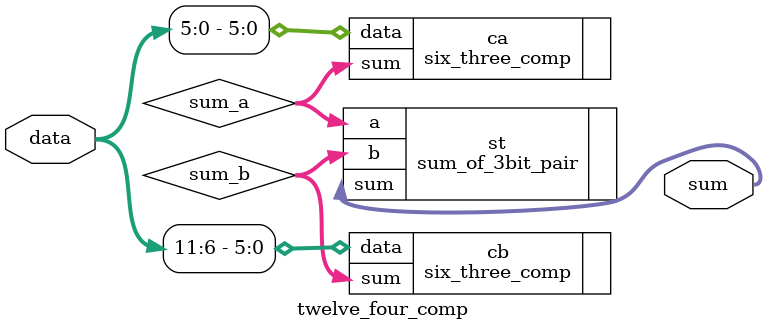
<source format=v>


module twelve_four_comp (data,sum);

input [11:0] data;
output [3:0] sum;

wire [3:0] sum /* synthesis keep */;
wire [2:0] sum_a,sum_b;

six_three_comp ca (.data(data[5:0]),.sum(sum_a));
six_three_comp cb (.data(data[11:6]),.sum(sum_b));
sum_of_3bit_pair st (.a(sum_a),.b(sum_b),.sum(sum));

endmodule

</source>
